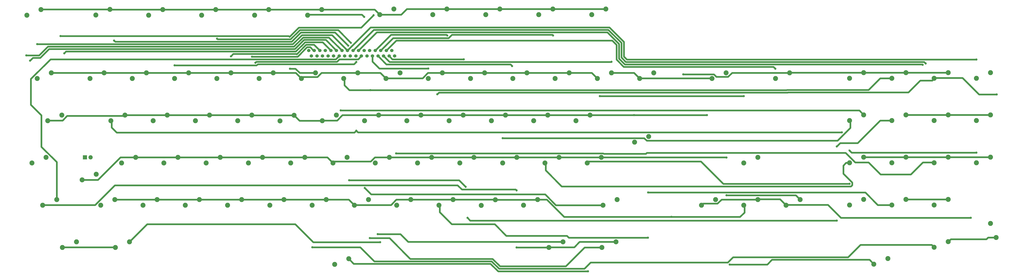
<source format=gtl>
G04 #@! TF.GenerationSoftware,KiCad,Pcbnew,6.0.2*
G04 #@! TF.CreationDate,2022-02-11T20:01:43-05:00*
G04 #@! TF.ProjectId,A1200KB,41313230-304b-4422-9e6b-696361645f70,v4a*
G04 #@! TF.SameCoordinates,Original*
G04 #@! TF.FileFunction,Copper,L1,Top*
G04 #@! TF.FilePolarity,Positive*
%FSLAX46Y46*%
G04 Gerber Fmt 4.6, Leading zero omitted, Abs format (unit mm)*
G04 Created by KiCad (PCBNEW 6.0.2) date 2022-02-11 20:01:43*
%MOMM*%
%LPD*%
G01*
G04 APERTURE LIST*
G04 #@! TA.AperFunction,ComponentPad*
%ADD10C,2.250000*%
G04 #@! TD*
G04 #@! TA.AperFunction,ComponentPad*
%ADD11C,1.905000*%
G04 #@! TD*
G04 #@! TA.AperFunction,ComponentPad*
%ADD12R,1.905000X1.905000*%
G04 #@! TD*
G04 #@! TA.AperFunction,ComponentPad*
%ADD13C,1.524000*%
G04 #@! TD*
G04 #@! TA.AperFunction,ViaPad*
%ADD14C,1.000000*%
G04 #@! TD*
G04 #@! TA.AperFunction,Conductor*
%ADD15C,0.800000*%
G04 #@! TD*
G04 APERTURE END LIST*
D10*
X57048800Y-83071600D03*
X63398800Y-80531600D03*
X88087200Y-82956400D03*
X94437200Y-80416400D03*
X111912800Y-83043600D03*
X118262800Y-80503600D03*
X135788800Y-83071600D03*
X142138800Y-80531600D03*
X159664800Y-83043600D03*
X166014800Y-80503600D03*
X183540800Y-83043600D03*
X189890800Y-80503600D03*
X216052800Y-82817600D03*
X222402800Y-80277600D03*
X239928800Y-82817600D03*
X246278800Y-80277600D03*
X263804800Y-82817600D03*
X270154800Y-80277600D03*
X287680800Y-82817600D03*
X294030800Y-80277600D03*
X311556800Y-82817600D03*
X317906800Y-80277600D03*
X365748000Y-111565600D03*
X372098000Y-109025600D03*
X427748800Y-111532000D03*
X434098800Y-108992000D03*
X446798800Y-111532000D03*
X453148800Y-108992000D03*
X465848800Y-111532000D03*
X472198800Y-108992000D03*
X484898800Y-111532000D03*
X491248800Y-108992000D03*
X427748800Y-130582000D03*
X434098800Y-128042000D03*
X446798800Y-130582000D03*
X453148800Y-128042000D03*
X465848800Y-130582000D03*
X472198800Y-128042000D03*
X484898800Y-130582000D03*
X491248800Y-128042000D03*
X380070000Y-149679600D03*
X386420000Y-147139600D03*
X427748800Y-149632000D03*
X434098800Y-147092000D03*
X446798800Y-149632000D03*
X453148800Y-147092000D03*
X465848800Y-149632000D03*
X472198800Y-147092000D03*
X484898800Y-149632000D03*
X491248800Y-147092000D03*
X361020000Y-168729600D03*
X367370000Y-166189600D03*
X380070000Y-168729600D03*
X386420000Y-166189600D03*
X399120000Y-168729600D03*
X405470000Y-166189600D03*
X427748800Y-168682000D03*
X434098800Y-166142000D03*
X446798800Y-168682000D03*
X453148800Y-166142000D03*
X465848800Y-168682000D03*
X472198800Y-166142000D03*
X491248800Y-176964000D03*
X493788800Y-183314000D03*
X445020800Y-192812000D03*
X438670800Y-195352000D03*
X465848800Y-187732000D03*
X472198800Y-185192000D03*
X394344000Y-111565600D03*
X400694000Y-109025600D03*
X66446800Y-130680400D03*
X72796800Y-128140400D03*
X202082800Y-192910400D03*
X195732800Y-195450400D03*
X142646800Y-111630400D03*
X148996800Y-109090400D03*
X85496800Y-111630400D03*
X91846800Y-109090400D03*
X237896800Y-111630400D03*
X244246800Y-109090400D03*
X199796800Y-111630400D03*
X206146800Y-109090400D03*
X104546800Y-111630400D03*
X110896800Y-109090400D03*
X275996800Y-111630400D03*
X282346800Y-109090400D03*
X161696800Y-111630400D03*
X168046800Y-109090400D03*
X218846800Y-111630400D03*
X225196800Y-109090400D03*
X180746800Y-111630400D03*
X187096800Y-109090400D03*
X123596800Y-111630400D03*
X129946800Y-109090400D03*
X330860800Y-140332400D03*
X337210800Y-137792400D03*
X233070800Y-149730400D03*
X239420800Y-147190400D03*
X256946800Y-111630400D03*
X263296800Y-109090400D03*
X99720800Y-149730400D03*
X106070800Y-147190400D03*
X118770800Y-149730400D03*
X125120800Y-147190400D03*
X309524800Y-149730400D03*
X315874800Y-147190400D03*
X194970800Y-149730400D03*
X201320800Y-147190400D03*
X214020800Y-149730400D03*
X220370800Y-147190400D03*
X304444800Y-130680400D03*
X310794800Y-128140400D03*
X290474800Y-149730400D03*
X296824800Y-147190400D03*
X271424800Y-149730400D03*
X277774800Y-147190400D03*
X137820800Y-149730400D03*
X144170800Y-147190400D03*
X252120800Y-149730400D03*
X258470800Y-147190400D03*
X175920800Y-149730400D03*
X182270800Y-147190400D03*
X156870800Y-149730400D03*
X163220800Y-147190400D03*
X94894800Y-130680400D03*
X101244800Y-128140400D03*
X209194800Y-130680400D03*
X215544800Y-128140400D03*
X190144800Y-130680400D03*
X196494800Y-128140400D03*
X247294800Y-130680400D03*
X253644800Y-128140400D03*
X333146800Y-111630400D03*
X339496800Y-109090400D03*
X132994800Y-130680400D03*
X139344800Y-128140400D03*
X314096800Y-111630400D03*
X320446800Y-109090400D03*
X285394800Y-130680400D03*
X291744800Y-128140400D03*
X228244800Y-130680400D03*
X234594800Y-128140400D03*
X113944800Y-130680400D03*
X120294800Y-128140400D03*
X171094800Y-130759200D03*
X177444800Y-128219200D03*
X295046800Y-111630400D03*
X301396800Y-109090400D03*
X152044800Y-130680400D03*
X158394800Y-128140400D03*
X266344800Y-130680400D03*
X272694800Y-128140400D03*
X316128800Y-187830400D03*
X322478800Y-185290400D03*
X96926800Y-187830400D03*
X103276800Y-185290400D03*
X292252800Y-187830400D03*
X298602800Y-185290400D03*
X64160800Y-168780400D03*
X70510800Y-166240400D03*
X88290800Y-154810400D03*
X81940800Y-157350400D03*
D11*
X85750800Y-147190400D03*
D12*
X83210800Y-147190400D03*
D10*
X61718800Y-111630400D03*
X68068800Y-109090400D03*
X73050800Y-187830400D03*
X79400800Y-185290400D03*
X316636800Y-168780400D03*
X322986800Y-166240400D03*
X59334800Y-149730400D03*
X65684800Y-147190400D03*
X109372800Y-168780400D03*
X115722800Y-166240400D03*
X128422800Y-168780400D03*
X134772800Y-166240400D03*
X223672800Y-168780400D03*
X230022800Y-166240400D03*
X261766800Y-168802400D03*
X268116800Y-166262400D03*
X185572800Y-168780400D03*
X191922800Y-166240400D03*
X90322800Y-168780400D03*
X96672800Y-166240400D03*
X280822800Y-168780400D03*
X287172800Y-166240400D03*
X242726800Y-168782400D03*
X249076800Y-166242400D03*
X147472800Y-168780400D03*
X153822800Y-166240400D03*
X166522800Y-168780400D03*
X172872800Y-166240400D03*
X204622800Y-168780400D03*
X210972800Y-166240400D03*
D13*
X184016800Y-98962400D03*
X185266800Y-101462400D03*
X186516800Y-98962400D03*
X187766800Y-101462400D03*
X189016800Y-98962400D03*
X190266800Y-101462400D03*
X191516800Y-98962400D03*
X192766800Y-101462400D03*
X194016800Y-98962400D03*
X195266800Y-101462400D03*
X196516800Y-98962400D03*
X197766800Y-101462400D03*
X199016800Y-98962400D03*
X200266800Y-101462400D03*
X201516800Y-98962400D03*
X202766800Y-101462400D03*
X204016800Y-98962400D03*
X205266800Y-101462400D03*
X206516800Y-98962400D03*
X207766800Y-101462400D03*
X209016800Y-98962400D03*
X210266800Y-101462400D03*
X211516800Y-98962400D03*
X212766800Y-101462400D03*
X214016800Y-98962400D03*
X215266800Y-101462400D03*
X216516800Y-98962400D03*
X217766800Y-101462400D03*
X219016800Y-98962400D03*
X220266800Y-101462400D03*
X221516800Y-98962400D03*
X222766800Y-101462400D03*
D14*
X352793401Y-109740599D03*
X484886000Y-103022400D03*
X61718800Y-96116800D03*
X461975200Y-104800400D03*
X96367600Y-94538800D03*
X201828400Y-96774000D03*
X205472202Y-104153798D03*
X123596800Y-105663600D03*
X223442601Y-145365399D03*
X460654400Y-105460800D03*
X142697200Y-93624400D03*
X203058400Y-95504000D03*
X159969801Y-104494999D03*
X185652701Y-187676499D03*
X175564800Y-107188000D03*
X254762000Y-160477200D03*
X255574800Y-174447200D03*
X421944800Y-175666400D03*
X421944800Y-142290800D03*
X209016800Y-83794800D03*
X202285799Y-157530601D03*
X336905600Y-183388000D03*
X336954072Y-163025900D03*
X246481600Y-92202000D03*
X271424800Y-138532000D03*
X275650226Y-106010174D03*
X309829200Y-198526400D03*
X294162113Y-92171887D03*
X427736000Y-159105600D03*
X373735600Y-195478400D03*
X320446800Y-104088800D03*
X482346000Y-174447200D03*
X394309600Y-107188000D03*
X277672800Y-162102800D03*
X277672800Y-187807600D03*
X253894799Y-102924401D03*
X209245200Y-160934400D03*
X148996400Y-101600000D03*
X380070000Y-119516800D03*
X315212899Y-119531299D03*
X424281600Y-135890000D03*
X205486000Y-135128000D03*
X427837600Y-144221200D03*
X484898800Y-145046800D03*
X211785200Y-116840000D03*
X211531200Y-183591200D03*
X330583600Y-128140400D03*
X363446000Y-128140400D03*
X215087801Y-181812599D03*
X372251901Y-164225901D03*
X372251901Y-147228899D03*
X58521600Y-103581200D03*
X347421200Y-173990000D03*
X158502962Y-101745438D03*
X198475600Y-126034800D03*
X56827610Y-101211190D03*
X216204800Y-185470800D03*
X213258400Y-83108800D03*
X72218401Y-92424399D03*
X73863200Y-100228400D03*
X237896400Y-107086400D03*
X494030000Y-118821200D03*
X241935000Y-118694200D03*
D15*
X352793401Y-109740599D02*
X352793401Y-109740599D01*
X246278800Y-80277600D02*
X228281600Y-80277600D01*
X374799002Y-109025600D02*
X372974001Y-110850601D01*
X225741600Y-82817600D02*
X216052800Y-82817600D01*
X118262800Y-80503600D02*
X94524400Y-80503600D01*
X367734003Y-110850601D02*
X366624001Y-109740599D01*
X434098800Y-108992000D02*
X400727600Y-108992000D01*
X372974001Y-110850601D02*
X367734003Y-110850601D01*
X213738800Y-80503600D02*
X216052800Y-82817600D01*
X189890800Y-80503600D02*
X213738800Y-80503600D01*
X400694000Y-109025600D02*
X374799002Y-109025600D01*
X189890800Y-80503600D02*
X166014800Y-80503600D01*
X472198800Y-108992000D02*
X453148800Y-108992000D01*
X453148800Y-108992000D02*
X434098800Y-108992000D01*
X142138800Y-80531600D02*
X118290800Y-80531600D01*
X166014800Y-80503600D02*
X142166800Y-80503600D01*
X228281600Y-80277600D02*
X225741600Y-82817600D01*
X142166800Y-80503600D02*
X142138800Y-80531600D01*
X270154800Y-80277600D02*
X246278800Y-80277600D01*
X317906800Y-80277600D02*
X294030800Y-80277600D01*
X118290800Y-80531600D02*
X118262800Y-80503600D01*
X94437200Y-80416400D02*
X63514000Y-80416400D01*
X94524400Y-80503600D02*
X94437200Y-80416400D01*
X63514000Y-80416400D02*
X63398800Y-80531600D01*
X400727600Y-108992000D02*
X400694000Y-109025600D01*
X294030800Y-80277600D02*
X270154800Y-80277600D01*
X366624001Y-109740599D02*
X352793401Y-109740599D01*
X484886000Y-103022400D02*
X484886000Y-103022400D01*
X180380287Y-92644721D02*
X176879611Y-96145397D01*
X211934800Y-88544400D02*
X319481200Y-88544400D01*
X319481200Y-88544400D02*
X326034400Y-95097600D01*
X326034400Y-101701600D02*
X327355200Y-103022400D01*
X326034400Y-95097600D02*
X326034400Y-101701600D01*
X201516800Y-98962400D02*
X211934800Y-88544400D01*
X181024658Y-92000349D02*
X180380287Y-92644721D01*
X176879611Y-96145397D02*
X61741003Y-96145397D01*
X327355200Y-103022400D02*
X484886000Y-103022400D01*
X194554749Y-92000349D02*
X181024658Y-92000349D01*
X201516800Y-98962400D02*
X194554749Y-92000349D01*
X461975200Y-104800400D02*
X461975200Y-104800400D01*
X180492400Y-90881200D02*
X176328213Y-95045387D01*
X204016800Y-98962400D02*
X213334790Y-89644410D01*
X326899561Y-104122410D02*
X461297210Y-104122410D01*
X201828400Y-96774000D02*
X196392800Y-91338400D01*
X176328213Y-95045387D02*
X96874187Y-95045387D01*
X319025562Y-89644410D02*
X324934390Y-95553238D01*
X324934390Y-95553238D02*
X324934390Y-102157239D01*
X324934390Y-102157239D02*
X326899561Y-104122410D01*
X461297210Y-104122410D02*
X461975200Y-104800400D01*
X96874187Y-95045387D02*
X96418400Y-94589600D01*
X213334790Y-89644410D02*
X319025562Y-89644410D01*
X195935600Y-90881200D02*
X180492400Y-90881200D01*
X196392800Y-91338400D02*
X195935600Y-90881200D01*
X223442601Y-145365399D02*
X223442601Y-145365399D01*
X465694899Y-149478099D02*
X460713703Y-149478099D01*
X160526002Y-105714800D02*
X123596400Y-105714800D01*
X465848800Y-149632000D02*
X465694899Y-149478099D01*
X441663703Y-154865901D02*
X436251402Y-149453600D01*
X455325901Y-154865901D02*
X441663703Y-154865901D01*
X336394574Y-145135600D02*
X335963873Y-145566301D01*
X430271402Y-149453600D02*
X425953402Y-145135600D01*
X316951703Y-145566301D02*
X316750801Y-145365399D01*
X425953402Y-145135600D02*
X336394574Y-145135600D01*
X204480541Y-105145459D02*
X189596141Y-105145459D01*
X205472202Y-104153798D02*
X204480541Y-105145459D01*
X189596141Y-105145459D02*
X189585600Y-105156000D01*
X316750801Y-145365399D02*
X223442601Y-145365399D01*
X436251402Y-149453600D02*
X430271402Y-149453600D01*
X335963873Y-145566301D02*
X316951703Y-145566301D01*
X460713703Y-149478099D02*
X455325901Y-154865901D01*
X161084802Y-105156000D02*
X160526002Y-105714800D01*
X189585600Y-105156000D02*
X161084802Y-105156000D01*
X460654400Y-105460800D02*
X460654400Y-105460800D01*
X142697200Y-93624400D02*
X142646400Y-93573600D01*
X180036761Y-89781190D02*
X179392390Y-90425562D01*
X143018177Y-93945377D02*
X142697200Y-93624400D01*
X179392390Y-90425562D02*
X175872575Y-93945377D01*
X203058400Y-95504000D02*
X197335590Y-89781190D01*
X214734780Y-90744420D02*
X318569924Y-90744420D01*
X326443922Y-105222420D02*
X460416020Y-105222420D01*
X175872575Y-93945377D02*
X143018177Y-93945377D01*
X323834380Y-96008876D02*
X323834380Y-102612878D01*
X323834380Y-102612878D02*
X326443922Y-105222420D01*
X318569924Y-90744420D02*
X323834380Y-96008876D01*
X197335590Y-89781190D02*
X180036761Y-89781190D01*
X206516800Y-98962400D02*
X214734780Y-90744420D01*
X460416020Y-105222420D02*
X460654400Y-105460800D01*
X185652701Y-187676499D02*
X185652701Y-187676499D01*
X432644999Y-186607001D02*
X464723801Y-186607001D01*
X185652701Y-187676499D02*
X207234499Y-187676499D01*
X372823198Y-194614800D02*
X311065990Y-194614800D01*
X207766800Y-101462400D02*
X206304799Y-102924401D01*
X196739400Y-104045449D02*
X160470151Y-104045449D01*
X375193208Y-192244790D02*
X427007210Y-192244790D01*
X311065990Y-194614800D02*
X308271990Y-197408800D01*
X372823198Y-194614800D02*
X375193208Y-192244790D01*
X197860447Y-102924401D02*
X196739400Y-104045449D01*
X269800370Y-197408800D02*
X266422960Y-194031389D01*
X308271990Y-197408800D02*
X269800370Y-197408800D01*
X464723801Y-186607001D02*
X465848800Y-187732000D01*
X427007210Y-192244790D02*
X432644999Y-186607001D01*
X213589389Y-194031389D02*
X207234499Y-187676499D01*
X206304799Y-102924401D02*
X197860447Y-102924401D01*
X266422960Y-194031389D02*
X213589389Y-194031389D01*
X160470151Y-104045449D02*
X159969200Y-104546400D01*
X175564800Y-107188000D02*
X175564800Y-107188000D01*
X421944800Y-142290800D02*
X421944800Y-142290800D01*
X255574800Y-174447200D02*
X255574800Y-174447200D01*
X208041699Y-82819699D02*
X209016800Y-83794800D01*
X178054000Y-107188000D02*
X175564800Y-107188000D01*
X179956400Y-109090400D02*
X178054000Y-107188000D01*
X254762000Y-160477200D02*
X251815600Y-157530800D01*
X446798800Y-130582000D02*
X441509802Y-130582000D01*
X441509802Y-130582000D02*
X431374391Y-140717411D01*
X431374391Y-140717411D02*
X423518189Y-140717411D01*
X183764701Y-82819699D02*
X208041699Y-82819699D01*
X256794000Y-175666400D02*
X255574800Y-174447200D01*
X423518189Y-140717411D02*
X421944800Y-142290800D01*
X187096800Y-109090400D02*
X179956400Y-109090400D01*
X421944800Y-175666400D02*
X256794000Y-175666400D01*
X251815600Y-157530800D02*
X202285600Y-157530800D01*
X183540800Y-83043600D02*
X183764701Y-82819699D01*
X336954072Y-163025900D02*
X336954072Y-163025900D01*
X336905600Y-183388000D02*
X336905600Y-183388000D01*
X267868400Y-177342800D02*
X248462800Y-177342800D01*
X434805900Y-163025900D02*
X336954072Y-163025900D01*
X440462000Y-168682000D02*
X434805900Y-163025900D01*
X273050000Y-182524400D02*
X267868400Y-177342800D01*
X273050000Y-182524400D02*
X300380400Y-182524400D01*
X300380400Y-182524400D02*
X301244000Y-183388000D01*
X301244000Y-183388000D02*
X336905600Y-183388000D01*
X243031801Y-171911801D02*
X243031801Y-169087401D01*
X446798800Y-168682000D02*
X440462000Y-168682000D01*
X243031801Y-169087401D02*
X242726800Y-168782400D01*
X248462800Y-177342800D02*
X243031801Y-171911801D01*
X246481600Y-92202000D02*
X246481600Y-92202000D01*
X335224797Y-138507399D02*
X271347001Y-138507399D01*
X428053801Y-133893801D02*
X422330201Y-139617401D01*
X221134770Y-91844430D02*
X246124030Y-91844430D01*
X246124030Y-91844430D02*
X246481600Y-92202000D01*
X336334799Y-139617401D02*
X335224797Y-138507399D01*
X427748800Y-130582000D02*
X428053801Y-130887001D01*
X422330201Y-139617401D02*
X336334799Y-139617401D01*
X428053801Y-130887001D02*
X428053801Y-133893801D01*
X214016800Y-98962400D02*
X221134770Y-91844430D01*
X290779801Y-153026401D02*
X290779801Y-150035401D01*
X428312001Y-160305601D02*
X298059001Y-160305601D01*
X428936001Y-158529599D02*
X428936001Y-159681601D01*
X426157810Y-149632000D02*
X424903799Y-150886011D01*
X219028812Y-105224412D02*
X274947212Y-105224412D01*
X298059001Y-160305601D02*
X290779801Y-153026401D01*
X274947212Y-105224412D02*
X275640800Y-105918000D01*
X428936001Y-159681601D02*
X428312001Y-160305601D01*
X290779801Y-150035401D02*
X290474800Y-149730400D01*
X424903799Y-154497397D02*
X428936001Y-158529599D01*
X424903799Y-150886011D02*
X424903799Y-154497397D01*
X215266800Y-101462400D02*
X219028812Y-105224412D01*
X427748800Y-149632000D02*
X426157810Y-149632000D01*
X427736000Y-159105600D02*
X427736000Y-159105600D01*
X310239799Y-149015401D02*
X360749801Y-149015401D01*
X247057601Y-93402001D02*
X248564400Y-91895202D01*
X265967321Y-195131399D02*
X269362322Y-198526400D01*
X216516800Y-98962400D02*
X222077199Y-93402001D01*
X277471598Y-91895202D02*
X277520400Y-91846400D01*
X269362322Y-198526400D02*
X309829200Y-198526400D01*
X293827200Y-91846400D02*
X294132000Y-92151200D01*
X360749801Y-149015401D02*
X370840000Y-159105600D01*
X204303799Y-195131399D02*
X202082800Y-192910400D01*
X248564400Y-91895202D02*
X277471598Y-91895202D01*
X222077199Y-93402001D02*
X247057601Y-93402001D01*
X309524800Y-149730400D02*
X310239799Y-149015401D01*
X370840000Y-159105600D02*
X427736000Y-159105600D01*
X204303799Y-195131399D02*
X265967321Y-195131399D01*
X277520400Y-91846400D02*
X293827200Y-91846400D01*
X390601200Y-195478400D02*
X373735600Y-195478400D01*
X330606800Y-109090400D02*
X333146800Y-111630400D01*
X320446800Y-109090400D02*
X330606800Y-109090400D01*
X392734800Y-193344800D02*
X390601200Y-195478400D01*
X333300701Y-111476499D02*
X365658899Y-111476499D01*
X220428802Y-104124402D02*
X320430802Y-104124402D01*
X217766800Y-101462400D02*
X220428802Y-104124402D01*
X438670800Y-195352000D02*
X436663600Y-193344800D01*
X365658899Y-111476499D02*
X365748000Y-111565600D01*
X333146800Y-111630400D02*
X333300701Y-111476499D01*
X436663600Y-193344800D02*
X392734800Y-193344800D01*
X394309600Y-107188000D02*
X394309600Y-107188000D01*
X482346000Y-174447200D02*
X482346000Y-174447200D01*
X322734370Y-103068517D02*
X325988283Y-106322430D01*
X325988283Y-106322430D02*
X393444030Y-106322430D01*
X322734370Y-96471170D02*
X322734370Y-103068517D01*
X393444030Y-106322430D02*
X394309600Y-107188000D01*
X396404800Y-166014400D02*
X386595200Y-166014400D01*
X417952899Y-168575699D02*
X423824400Y-174447200D01*
X423824400Y-174447200D02*
X482346000Y-174447200D01*
X399120000Y-168729600D02*
X396404800Y-166014400D01*
X361734999Y-168014601D02*
X361020000Y-168729600D01*
X399120000Y-168729600D02*
X399273901Y-168575699D01*
X386420000Y-166189600D02*
X370071002Y-166189600D01*
X368246001Y-168014601D02*
X361734999Y-168014601D01*
X223477189Y-94502011D02*
X247513240Y-94502011D01*
X386595200Y-166014400D02*
X386420000Y-166189600D01*
X247513240Y-94502011D02*
X320765211Y-94502011D01*
X399273901Y-168575699D02*
X417952899Y-168575699D01*
X370071002Y-166189600D02*
X368246001Y-168014601D01*
X219016800Y-98962400D02*
X223477189Y-94502011D01*
X320765211Y-94502011D02*
X322734370Y-96471170D01*
X253894799Y-102924401D02*
X253894799Y-102924401D01*
X73050800Y-187830400D02*
X73204701Y-187676499D01*
X306047200Y-185290400D02*
X303661101Y-187676499D01*
X303661101Y-187676499D02*
X292406701Y-187676499D01*
X221728801Y-102924401D02*
X253894799Y-102924401D01*
X64314701Y-168626499D02*
X87775699Y-168626499D01*
X220266800Y-101462400D02*
X221728801Y-102924401D01*
X73204701Y-187676499D02*
X96772899Y-187676499D01*
X96667799Y-159734399D02*
X251123599Y-159734399D01*
X96772899Y-187676499D02*
X96926800Y-187830400D01*
X64160800Y-168780400D02*
X64314701Y-168626499D01*
X277247201Y-161677201D02*
X277622000Y-162052000D01*
X251123599Y-159734399D02*
X253066401Y-161677201D01*
X253066401Y-161677201D02*
X277247201Y-161677201D01*
X292252800Y-187830400D02*
X277644800Y-187830400D01*
X322478800Y-185290400D02*
X306047200Y-185290400D01*
X292406701Y-187676499D02*
X292252800Y-187830400D01*
X87775699Y-168626499D02*
X96667799Y-159734399D01*
X209245200Y-160934400D02*
X212191600Y-163880800D01*
X290525200Y-163880800D02*
X295424800Y-168780400D01*
X212191600Y-163880800D02*
X290525200Y-163880800D01*
X295424800Y-168780400D02*
X316636800Y-168780400D01*
X148996400Y-101600000D02*
X148996400Y-101600000D01*
X216306800Y-109090400D02*
X218846800Y-111630400D01*
X219000701Y-111476499D02*
X235349699Y-111476499D01*
X110896800Y-109090400D02*
X129946800Y-109090400D01*
X186454789Y-96400389D02*
X182847211Y-96400389D01*
X181461799Y-110915401D02*
X180746800Y-111630400D01*
X263296800Y-109090400D02*
X282346800Y-109090400D01*
X148996800Y-109090400D02*
X168046800Y-109090400D01*
X182847211Y-96400389D02*
X178602172Y-100645428D01*
X178206800Y-109090400D02*
X180746800Y-111630400D01*
X68068800Y-109090400D02*
X91846800Y-109090400D01*
X187972801Y-110915401D02*
X181461799Y-110915401D01*
X235349699Y-111476499D02*
X237735798Y-109090400D01*
X315212899Y-119531299D02*
X380055501Y-119531299D01*
X150050963Y-100545437D02*
X148996400Y-101600000D01*
X178602172Y-100645428D02*
X178502181Y-100545437D01*
X237735798Y-109090400D02*
X244246800Y-109090400D01*
X301396800Y-109090400D02*
X311556800Y-109090400D01*
X168046800Y-109090400D02*
X178206800Y-109090400D01*
X91846800Y-109090400D02*
X110896800Y-109090400D01*
X206146800Y-109090400D02*
X216306800Y-109090400D01*
X189797802Y-109090400D02*
X187972801Y-110915401D01*
X178502181Y-100545437D02*
X150050963Y-100545437D01*
X311556800Y-109090400D02*
X314096800Y-111630400D01*
X206146800Y-109090400D02*
X189797802Y-109090400D01*
X189016800Y-98962400D02*
X186454789Y-96400389D01*
X218846800Y-111630400D02*
X219000701Y-111476499D01*
X282346800Y-109090400D02*
X301396800Y-109090400D01*
X380055501Y-119531299D02*
X380070000Y-119516800D01*
X129946800Y-109090400D02*
X148996800Y-109090400D01*
X244246800Y-109090400D02*
X263296800Y-109090400D01*
X427837600Y-144221200D02*
X427837600Y-144221200D01*
X205486000Y-135128000D02*
X205486000Y-135128000D01*
X338033703Y-135914301D02*
X206272301Y-135914301D01*
X428663200Y-145046800D02*
X427837600Y-144221200D01*
X427837600Y-144221200D02*
X427583600Y-143967200D01*
X484898800Y-145046800D02*
X428663200Y-145046800D01*
X205486000Y-135128000D02*
X204620899Y-135993101D01*
X97490527Y-135993101D02*
X95199801Y-133702375D01*
X204620899Y-135993101D02*
X97490527Y-135993101D01*
X338033703Y-135914301D02*
X424255101Y-135914301D01*
X95199801Y-130985401D02*
X94894800Y-130680400D01*
X95199801Y-133702375D02*
X95199801Y-130985401D01*
X206272301Y-135914301D02*
X205486000Y-135128000D01*
X202313727Y-116864301D02*
X200101801Y-114652375D01*
X200101801Y-111935401D02*
X199796800Y-111630400D01*
X436252602Y-116789200D02*
X399457374Y-116789200D01*
X446798800Y-111532000D02*
X441509802Y-111532000D01*
X399382273Y-116864301D02*
X202313727Y-116864301D01*
X399457374Y-116789200D02*
X399382273Y-116864301D01*
X200101801Y-114652375D02*
X200101801Y-111935401D01*
X441509802Y-111532000D02*
X436252602Y-116789200D01*
X299854810Y-196308790D02*
X308333200Y-187830400D01*
X266878599Y-192931379D02*
X270256010Y-196308790D01*
X218389200Y-183591200D02*
X217932000Y-183591200D01*
X270256010Y-196308790D02*
X299854810Y-196308790D01*
X308333200Y-187830400D02*
X316128800Y-187830400D01*
X217932000Y-183591200D02*
X220421200Y-183591200D01*
X229761379Y-192931379D02*
X266878599Y-192931379D01*
X220421200Y-183591200D02*
X229761379Y-192931379D01*
X217932000Y-183591200D02*
X211531200Y-183591200D01*
X363446000Y-128140400D02*
X363446000Y-128140400D01*
X330583600Y-128140400D02*
X363446000Y-128140400D01*
X158394800Y-128140400D02*
X139344800Y-128140400D01*
X101244800Y-128140400D02*
X100925799Y-128459401D01*
X179906000Y-130680400D02*
X177444800Y-128219200D01*
X100925799Y-128459401D02*
X75178801Y-128459401D01*
X190298701Y-130526499D02*
X190144800Y-130680400D01*
X291744800Y-128140400D02*
X272694800Y-128140400D01*
X215544800Y-128140400D02*
X199195802Y-128140400D01*
X73111703Y-130526499D02*
X66600701Y-130526499D01*
X75178801Y-128459401D02*
X73111703Y-130526499D01*
X310794800Y-128140400D02*
X291744800Y-128140400D01*
X253644800Y-128140400D02*
X234594800Y-128140400D01*
X177444800Y-128219200D02*
X158473600Y-128219200D01*
X120294800Y-128140400D02*
X101244800Y-128140400D01*
X272694800Y-128140400D02*
X253644800Y-128140400D01*
X158473600Y-128219200D02*
X158394800Y-128140400D01*
X196809703Y-130526499D02*
X190298701Y-130526499D01*
X139344800Y-128140400D02*
X120294800Y-128140400D01*
X310794800Y-128140400D02*
X330583600Y-128140400D01*
X66600701Y-130526499D02*
X66446800Y-130680400D01*
X234594800Y-128140400D02*
X215544800Y-128140400D01*
X199195802Y-128140400D02*
X196809703Y-130526499D01*
X190144800Y-130680400D02*
X179906000Y-130680400D01*
X225348199Y-181812599D02*
X215087801Y-181812599D01*
X228826000Y-185290400D02*
X225348199Y-181812599D01*
X298602800Y-185290400D02*
X228826000Y-185290400D01*
X89029600Y-157350400D02*
X81940800Y-157350400D01*
X163220800Y-147190400D02*
X182270800Y-147190400D01*
X277774800Y-147190400D02*
X296824800Y-147190400D01*
X403506301Y-164225901D02*
X405470000Y-166189600D01*
X192430800Y-147190400D02*
X194970800Y-149730400D01*
X106070800Y-147190400D02*
X125120800Y-147190400D01*
X212034797Y-149015401D02*
X213859798Y-147190400D01*
X106070800Y-147190400D02*
X99189600Y-147190400D01*
X296824800Y-147190400D02*
X315874800Y-147190400D01*
X239420800Y-147190400D02*
X258470800Y-147190400D01*
X182270800Y-147190400D02*
X192430800Y-147190400D01*
X194970800Y-149730400D02*
X195685799Y-149015401D01*
X125120800Y-147190400D02*
X144170800Y-147190400D01*
X144170800Y-147190400D02*
X163220800Y-147190400D01*
X258470800Y-147190400D02*
X277774800Y-147190400D01*
X213859798Y-147190400D02*
X220370800Y-147190400D01*
X220370800Y-147190400D02*
X239420800Y-147190400D01*
X99189600Y-147190400D02*
X89029600Y-157350400D01*
X195685799Y-149015401D02*
X212034797Y-149015401D01*
X372251901Y-164225901D02*
X403506301Y-164225901D01*
X315874800Y-147190400D02*
X372234400Y-147190400D01*
X181935935Y-94200369D02*
X177790887Y-98345417D01*
X59791600Y-102311200D02*
X58521600Y-103581200D01*
X196516800Y-98962400D02*
X191754769Y-94200369D01*
X177790887Y-98345417D02*
X67019840Y-98345417D01*
X67019840Y-98345417D02*
X63054057Y-102311200D01*
X191754769Y-94200369D02*
X181935935Y-94200369D01*
X63054057Y-102311200D02*
X59791600Y-102311200D01*
X158502962Y-101745438D02*
X158502962Y-101745438D01*
X287150800Y-166262400D02*
X287172800Y-166240400D01*
X96672800Y-166240400D02*
X115722800Y-166240400D01*
X186516800Y-98962400D02*
X186180562Y-98962400D01*
X153822800Y-166240400D02*
X172872800Y-166240400D01*
X172872800Y-166240400D02*
X191922800Y-166240400D01*
X184718561Y-97500399D02*
X183315039Y-97500399D01*
X204776701Y-168626499D02*
X221125699Y-168626499D01*
X183315039Y-97500399D02*
X179070000Y-101745438D01*
X134772800Y-166240400D02*
X153822800Y-166240400D01*
X380375001Y-169034601D02*
X380070000Y-168729600D01*
X249074800Y-166240400D02*
X249076800Y-166242400D01*
X204622800Y-168780400D02*
X204776701Y-168626499D01*
X221125699Y-168626499D02*
X223511798Y-166240400D01*
X287172800Y-166240400D02*
X291329152Y-166240400D01*
X191922800Y-166240400D02*
X202082800Y-166240400D01*
X268116800Y-166262400D02*
X287150800Y-166262400D01*
X299103053Y-174014301D02*
X378386301Y-174014301D01*
X202082800Y-166240400D02*
X204622800Y-168780400D01*
X378386301Y-174014301D02*
X380375001Y-172025601D01*
X291329152Y-166240400D02*
X299103053Y-174014301D01*
X223511798Y-166240400D02*
X230022800Y-166240400D01*
X179070000Y-101745438D02*
X158502962Y-101745438D01*
X115722800Y-166240400D02*
X134772800Y-166240400D01*
X268096800Y-166242400D02*
X268116800Y-166262400D01*
X186180562Y-98962400D02*
X184718561Y-97500399D01*
X230022800Y-166240400D02*
X249074800Y-166240400D01*
X380375001Y-172025601D02*
X380375001Y-169034601D01*
X249076800Y-166242400D02*
X268096800Y-166242400D01*
X196283761Y-102945439D02*
X67702759Y-102945439D01*
X58873799Y-111774399D02*
X58873799Y-123467127D01*
X70510800Y-149315398D02*
X70510800Y-166240400D01*
X197766800Y-101462400D02*
X196283761Y-102945439D01*
X63601799Y-142406397D02*
X70510800Y-149315398D01*
X58873799Y-123467127D02*
X63601799Y-128195127D01*
X63601799Y-128195127D02*
X63601799Y-142406397D01*
X67702759Y-102945439D02*
X58873799Y-111774399D01*
X493788800Y-183314000D02*
X490155774Y-183314000D01*
X453148800Y-147092000D02*
X434098800Y-147092000D01*
X473323799Y-184067001D02*
X472198800Y-185192000D01*
X472198800Y-166142000D02*
X453148800Y-166142000D01*
X491248800Y-128042000D02*
X472198800Y-128042000D01*
X472198800Y-147092000D02*
X453148800Y-147092000D01*
X198475600Y-126034800D02*
X432091600Y-126034800D01*
X432091600Y-126034800D02*
X434098800Y-128042000D01*
X489402773Y-184067001D02*
X473323799Y-184067001D01*
X490155774Y-183314000D02*
X489402773Y-184067001D01*
X472198800Y-128042000D02*
X453148800Y-128042000D01*
X491248800Y-147092000D02*
X472198800Y-147092000D01*
X56827610Y-101211190D02*
X56827610Y-101211190D01*
X62568010Y-101211190D02*
X56827610Y-101211190D01*
X181480297Y-93100359D02*
X177335249Y-97245407D01*
X193154759Y-93100359D02*
X181480297Y-93100359D01*
X177335249Y-97245407D02*
X66533793Y-97245407D01*
X199016800Y-98962400D02*
X193154759Y-93100359D01*
X66533793Y-97245407D02*
X62568010Y-101211190D01*
X186082398Y-185470800D02*
X177954398Y-177342800D01*
X177954398Y-177342800D02*
X111224400Y-177342800D01*
X216204800Y-185470800D02*
X186082398Y-185470800D01*
X111224400Y-177342800D02*
X103276800Y-185290400D01*
X174995968Y-92424399D02*
X141763601Y-92424399D01*
X175416936Y-92845367D02*
X174995968Y-92424399D01*
X179581121Y-88681182D02*
X175416936Y-92845367D01*
X141763601Y-92424399D02*
X72218401Y-92424399D01*
X207686020Y-88681180D02*
X180492399Y-88681180D01*
X180492399Y-88681180D02*
X179581121Y-88681182D01*
X213258400Y-83108800D02*
X207686020Y-88681180D01*
X181747201Y-95944751D02*
X178246525Y-99445427D01*
X182391572Y-95300379D02*
X181747201Y-95944751D01*
X178246525Y-99445427D02*
X74646173Y-99445427D01*
X74646173Y-99445427D02*
X73863200Y-100228400D01*
X190354779Y-95300379D02*
X182391572Y-95300379D01*
X194016800Y-98962400D02*
X190354779Y-95300379D01*
X494030000Y-118821200D02*
X494030000Y-118821200D01*
X237896400Y-107086400D02*
X237896400Y-107086400D01*
X242715689Y-117964311D02*
X241960400Y-118719600D01*
X212766800Y-101462400D02*
X212766800Y-103953200D01*
X215900000Y-107086400D02*
X237896400Y-107086400D01*
X212766800Y-103953200D02*
X215900000Y-107086400D01*
X464946601Y-112496999D02*
X459594803Y-112496999D01*
X459594803Y-112496999D02*
X454202592Y-117889210D01*
X399837912Y-117964311D02*
X242715689Y-117964311D01*
X465848800Y-111594800D02*
X464946601Y-112496999D01*
X466002701Y-111378099D02*
X478603897Y-111378099D01*
X486046998Y-118821200D02*
X494030000Y-118821200D01*
X478603897Y-111378099D02*
X486046998Y-118821200D01*
X465848800Y-111532000D02*
X465848800Y-111594800D01*
X399913013Y-117889210D02*
X399837912Y-117964311D01*
X454202592Y-117889210D02*
X399913013Y-117889210D01*
X465848800Y-111532000D02*
X466002701Y-111378099D01*
M02*

</source>
